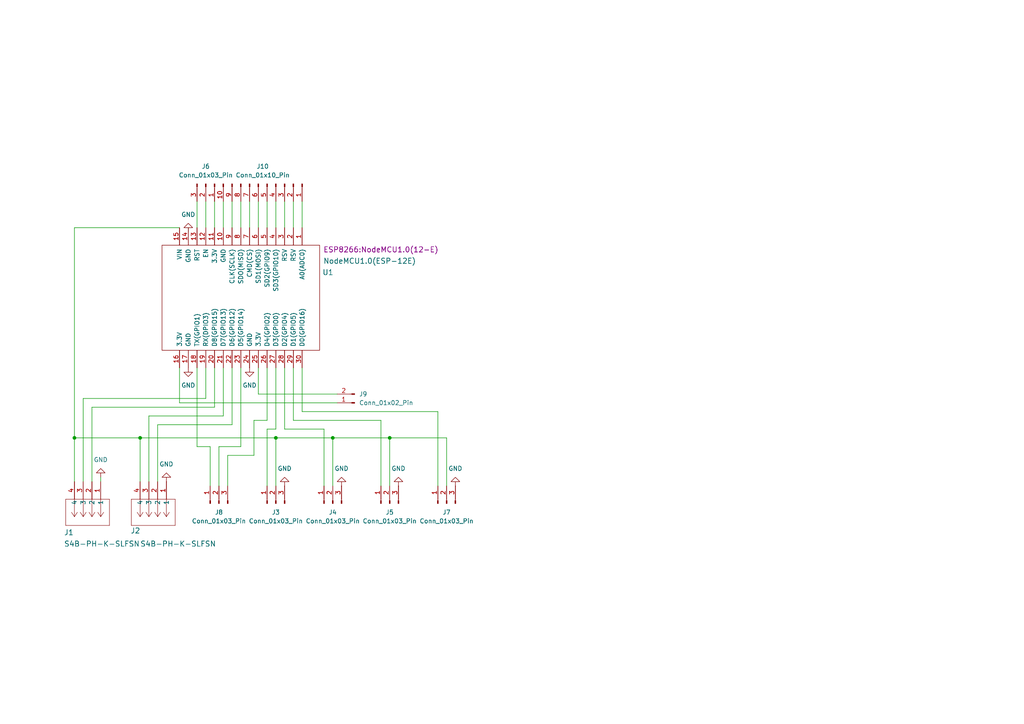
<source format=kicad_sch>
(kicad_sch (version 20231120) (generator "eeschema") (generator_version "8.0")
  (paper "A4")
  (lib_symbols
    (symbol "Connector:Conn_01x02_Pin" (pin_names (offset 1.016) hide)
      (property "Reference" "J" (at 0 2.54 0))
      (property "Value" "Conn_01x02_Pin" (at 0 -5.08 0))
      (symbol "Conn_01x02_Pin_1_1"
        (polyline (pts (xy 1.27 -2.54) (xy 0.8636 -2.54)) (stroke (width 0.1524)))
        (polyline (pts (xy 1.27 0) (xy 0.8636 0)) (stroke (width 0.1524)))
        (rectangle (start 0.8636 -2.413) (end 0 -2.667) (stroke (width 0.1524)) (fill (type outline)))
        (rectangle (start 0.8636 0.127) (end 0 -0.127) (stroke (width 0.1524)) (fill (type outline)))
        (pin passive line (at 5.08 0 180) (length 3.81) (name "Pin_1") (number "1"))
        (pin passive line (at 5.08 -2.54 180) (length 3.81) (name "Pin_2") (number "2"))
      )
    )
    (symbol "Connector:Conn_01x03_Pin" (pin_names (offset 1.016) hide)
      (property "Reference" "J" (at 0 5.08 0))
      (property "Value" "Conn_01x03_Pin" (at 0 -5.08 0))
      (symbol "Conn_01x03_Pin_1_1"
        (polyline (pts (xy 1.27 -2.54) (xy 0.8636 -2.54)) (stroke (width 0.1524)))
        (polyline (pts (xy 1.27 0) (xy 0.8636 0)) (stroke (width 0.1524)))
        (polyline (pts (xy 1.27 2.54) (xy 0.8636 2.54)) (stroke (width 0.1524)))
        (rectangle (start 0.8636 -2.413) (end 0 -2.667) (stroke (width 0.1524)) (fill (type outline)))
        (rectangle (start 0.8636 0.127) (end 0 -0.127) (stroke (width 0.1524)) (fill (type outline)))
        (rectangle (start 0.8636 2.667) (end 0 2.413) (stroke (width 0.1524)) (fill (type outline)))
        (pin passive line (at 5.08 2.54 180) (length 3.81) (name "Pin_1") (number "1"))
        (pin passive line (at 5.08 0 180) (length 3.81) (name "Pin_2") (number "2"))
        (pin passive line (at 5.08 -2.54 180) (length 3.81) (name "Pin_3") (number "3"))
      )
    )
    (symbol "Connector:Conn_01x10_Pin" (pin_names (offset 1.016) hide)
      (property "Reference" "J" (at 0 12.7 0))
      (property "Value" "Conn_01x10_Pin" (at 0 -15.24 0))
      (symbol "Conn_01x10_Pin_1_1"
        (polyline (pts (xy 1.27 -12.7) (xy 0.8636 -12.7)) (stroke (width 0.1524)))
        (polyline (pts (xy 1.27 -10.16) (xy 0.8636 -10.16)) (stroke (width 0.1524)))
        (polyline (pts (xy 1.27 -7.62) (xy 0.8636 -7.62)) (stroke (width 0.1524)))
        (polyline (pts (xy 1.27 -5.08) (xy 0.8636 -5.08)) (stroke (width 0.1524)))
        (polyline (pts (xy 1.27 -2.54) (xy 0.8636 -2.54)) (stroke (width 0.1524)))
        (polyline (pts (xy 1.27 0) (xy 0.8636 0)) (stroke (width 0.1524)))
        (polyline (pts (xy 1.27 2.54) (xy 0.8636 2.54)) (stroke (width 0.1524)))
        (polyline (pts (xy 1.27 5.08) (xy 0.8636 5.08)) (stroke (width 0.1524)))
        (polyline (pts (xy 1.27 7.62) (xy 0.8636 7.62)) (stroke (width 0.1524)))
        (polyline (pts (xy 1.27 10.16) (xy 0.8636 10.16)) (stroke (width 0.1524)))
        (rectangle (start 0.8636 -12.573) (end 0 -12.827) (stroke (width 0.1524)) (fill (type outline)))
        (rectangle (start 0.8636 -10.033) (end 0 -10.287) (stroke (width 0.1524)) (fill (type outline)))
        (rectangle (start 0.8636 -7.493) (end 0 -7.747) (stroke (width 0.1524)) (fill (type outline)))
        (rectangle (start 0.8636 -4.953) (end 0 -5.207) (stroke (width 0.1524)) (fill (type outline)))
        (rectangle (start 0.8636 -2.413) (end 0 -2.667) (stroke (width 0.1524)) (fill (type outline)))
        (rectangle (start 0.8636 0.127) (end 0 -0.127) (stroke (width 0.1524)) (fill (type outline)))
        (rectangle (start 0.8636 2.667) (end 0 2.413) (stroke (width 0.1524)) (fill (type outline)))
        (rectangle (start 0.8636 5.207) (end 0 4.953) (stroke (width 0.1524)) (fill (type outline)))
        (rectangle (start 0.8636 7.747) (end 0 7.493) (stroke (width 0.1524)) (fill (type outline)))
        (rectangle (start 0.8636 10.287) (end 0 10.033) (stroke (width 0.1524)) (fill (type outline)))
        (pin passive line (at 5.08 10.16 180) (length 3.81) (name "Pin_1") (number "1"))
        (pin passive line (at 5.08 -12.7 180) (length 3.81) (name "Pin_10") (number "10"))
        (pin passive line (at 5.08 7.62 180) (length 3.81) (name "Pin_2") (number "2"))
        (pin passive line (at 5.08 5.08 180) (length 3.81) (name "Pin_3") (number "3"))
        (pin passive line (at 5.08 2.54 180) (length 3.81) (name "Pin_4") (number "4"))
        (pin passive line (at 5.08 0 180) (length 3.81) (name "Pin_5") (number "5"))
        (pin passive line (at 5.08 -2.54 180) (length 3.81) (name "Pin_6") (number "6"))
        (pin passive line (at 5.08 -5.08 180) (length 3.81) (name "Pin_7") (number "7"))
        (pin passive line (at 5.08 -7.62 180) (length 3.81) (name "Pin_8") (number "8"))
        (pin passive line (at 5.08 -10.16 180) (length 3.81) (name "Pin_9") (number "9"))
      )
    )
    (symbol "ESP8266:NodeMCU1.0(ESP-12E)" (pin_names (offset 1.016))
      (property "Reference" "U" (at 0 21.59 0))
      (property "Value" "NodeMCU1.0(ESP-12E)" (at 0 -21.59 0))
      (symbol "NodeMCU1.0(ESP-12E)_0_1"
        (rectangle (start -15.24 -22.86) (end 15.24 22.86))
      )
      (symbol "NodeMCU1.0(ESP-12E)_1_1"
        (pin input line (at -20.32 17.78 0) (length 5.08) (name "A0(ADC0)") (number "1"))
        (pin input line (at -20.32 -5.08 0) (length 5.08) (name "GND") (number "10"))
        (pin input line (at -20.32 -7.62 0) (length 5.08) (name "3.3V") (number "11"))
        (pin input line (at -20.32 -10.16 0) (length 5.08) (name "EN") (number "12"))
        (pin input line (at -20.32 -12.7 0) (length 5.08) (name "RST") (number "13"))
        (pin input line (at -20.32 -15.24 0) (length 5.08) (name "GND") (number "14"))
        (pin input line (at -20.32 -17.78 0) (length 5.08) (name "VIN") (number "15"))
        (pin input line (at 20.32 -17.78 180) (length 5.08) (name "3.3V") (number "16"))
        (pin input line (at 20.32 -15.24 180) (length 5.08) (name "GND") (number "17"))
        (pin input line (at 20.32 -12.7 180) (length 5.08) (name "TX(GPIO1)") (number "18"))
        (pin input line (at 20.32 -10.16 180) (length 5.08) (name "RX(DPIO3)") (number "19"))
        (pin input line (at -20.32 15.24 0) (length 5.08) (name "RSV") (number "2"))
        (pin input line (at 20.32 -7.62 180) (length 5.08) (name "D8(GPIO15)") (number "20"))
        (pin input line (at 20.32 -5.08 180) (length 5.08) (name "D7(GPIO13)") (number "21"))
        (pin input line (at 20.32 -2.54 180) (length 5.08) (name "D6(GPIO12)") (number "22"))
        (pin input line (at 20.32 0 180) (length 5.08) (name "D5(GPIO14)") (number "23"))
        (pin input line (at 20.32 2.54 180) (length 5.08) (name "GND") (number "24"))
        (pin input line (at 20.32 5.08 180) (length 5.08) (name "3.3V") (number "25"))
        (pin input line (at 20.32 7.62 180) (length 5.08) (name "D4(GPIO2)") (number "26"))
        (pin input line (at 20.32 10.16 180) (length 5.08) (name "D3(GPIO0)") (number "27"))
        (pin input line (at 20.32 12.7 180) (length 5.08) (name "D2(GPIO4)") (number "28"))
        (pin input line (at 20.32 15.24 180) (length 5.08) (name "D1(GPIO5)") (number "29"))
        (pin input line (at -20.32 12.7 0) (length 5.08) (name "RSV") (number "3"))
        (pin input line (at 20.32 17.78 180) (length 5.08) (name "D0(GPIO16)") (number "30"))
        (pin input line (at -20.32 10.16 0) (length 5.08) (name "SD3(GPIO10)") (number "4"))
        (pin input line (at -20.32 7.62 0) (length 5.08) (name "SD2(GPIO9)") (number "5"))
        (pin input line (at -20.32 5.08 0) (length 5.08) (name "SD1(MOSI)") (number "6"))
        (pin input line (at -20.32 2.54 0) (length 5.08) (name "CMD(CS)") (number "7"))
        (pin input line (at -20.32 0 0) (length 5.08) (name "SDO(MISO)") (number "8"))
        (pin input line (at -20.32 -2.54 0) (length 5.08) (name "CLK(SCLK)") (number "9"))
      )
    )
    (symbol "jst_ph_4pin_horizontal:S4B-PH-K-SLFSN" (pin_names (offset 0.254))
      (property "Reference" "J" (at 8.89 6.35 0))
      (property "Value" "S4B-PH-K-SLFSN" (at 0 0 0))
      (symbol "S4B-PH-K-SLFSN_1_1"
        (polyline (pts (xy 5.08 -10.16) (xy 12.7 -10.16)) (stroke (width 0.127)))
        (polyline (pts (xy 5.08 2.54) (xy 5.08 -10.16)) (stroke (width 0.127)))
        (polyline (pts (xy 10.16 -7.62) (xy 5.08 -7.62)) (stroke (width 0.127)))
        (polyline (pts (xy 10.16 -7.62) (xy 8.89 -8.4667)) (stroke (width 0.127)))
        (polyline (pts (xy 10.16 -7.62) (xy 8.89 -6.7733)) (stroke (width 0.127)))
        (polyline (pts (xy 10.16 -5.08) (xy 5.08 -5.08)) (stroke (width 0.127)))
        (polyline (pts (xy 10.16 -5.08) (xy 8.89 -5.9267)) (stroke (width 0.127)))
        (polyline (pts (xy 10.16 -5.08) (xy 8.89 -4.2333)) (stroke (width 0.127)))
        (polyline (pts (xy 10.16 -2.54) (xy 5.08 -2.54)) (stroke (width 0.127)))
        (polyline (pts (xy 10.16 -2.54) (xy 8.89 -3.3867)) (stroke (width 0.127)))
        (polyline (pts (xy 10.16 -2.54) (xy 8.89 -1.6933)) (stroke (width 0.127)))
        (polyline (pts (xy 10.16 0) (xy 5.08 0)) (stroke (width 0.127)))
        (polyline (pts (xy 10.16 0) (xy 8.89 -0.8467)) (stroke (width 0.127)))
        (polyline (pts (xy 10.16 0) (xy 8.89 0.8467)) (stroke (width 0.127)))
        (polyline (pts (xy 12.7 -10.16) (xy 12.7 2.54)) (stroke (width 0.127)))
        (polyline (pts (xy 12.7 2.54) (xy 5.08 2.54)) (stroke (width 0.127)))
        (pin unspecified line (at 0 0 0) (length 5.08) (name "1") (number "1"))
        (pin unspecified line (at 0 -2.54 0) (length 5.08) (name "2") (number "2"))
        (pin unspecified line (at 0 -5.08 0) (length 5.08) (name "3") (number "3"))
        (pin unspecified line (at 0 -7.62 0) (length 5.08) (name "4") (number "4"))
      )
      (symbol "S4B-PH-K-SLFSN_1_2"
        (polyline (pts (xy 5.08 -10.16) (xy 12.7 -10.16)) (stroke (width 0.127)))
        (polyline (pts (xy 5.08 2.54) (xy 5.08 -10.16)) (stroke (width 0.127)))
        (polyline (pts (xy 7.62 -7.62) (xy 5.08 -7.62)) (stroke (width 0.127)))
        (polyline (pts (xy 7.62 -7.62) (xy 8.89 -8.4667)) (stroke (width 0.127)))
        (polyline (pts (xy 7.62 -7.62) (xy 8.89 -6.7733)) (stroke (width 0.127)))
        (polyline (pts (xy 7.62 -5.08) (xy 5.08 -5.08)) (stroke (width 0.127)))
        (polyline (pts (xy 7.62 -5.08) (xy 8.89 -5.9267)) (stroke (width 0.127)))
        (polyline (pts (xy 7.62 -5.08) (xy 8.89 -4.2333)) (stroke (width 0.127)))
        (polyline (pts (xy 7.62 -2.54) (xy 5.08 -2.54)) (stroke (width 0.127)))
        (polyline (pts (xy 7.62 -2.54) (xy 8.89 -3.3867)) (stroke (width 0.127)))
        (polyline (pts (xy 7.62 -2.54) (xy 8.89 -1.6933)) (stroke (width 0.127)))
        (polyline (pts (xy 7.62 0) (xy 5.08 0)) (stroke (width 0.127)))
        (polyline (pts (xy 7.62 0) (xy 8.89 -0.8467)) (stroke (width 0.127)))
        (polyline (pts (xy 7.62 0) (xy 8.89 0.8467)) (stroke (width 0.127)))
        (polyline (pts (xy 12.7 -10.16) (xy 12.7 2.54)) (stroke (width 0.127)))
        (polyline (pts (xy 12.7 2.54) (xy 5.08 2.54)) (stroke (width 0.127)))
        (pin unspecified line (at 0 0 0) (length 5.08) (name "1") (number "1"))
        (pin unspecified line (at 0 -2.54 0) (length 5.08) (name "2") (number "2"))
        (pin unspecified line (at 0 -5.08 0) (length 5.08) (name "3") (number "3"))
        (pin unspecified line (at 0 -7.62 0) (length 5.08) (name "4") (number "4"))
      )
    )
    (symbol "power:GND" (power) (pin_numbers hide) (pin_names (offset 0) hide)
      (property "Value" "GND" (at 0 -3.81 0))
      (symbol "GND_0_1"
        (polyline (pts (xy 0 0) (xy 0 -1.27) (xy 1.27 -1.27) (xy 0 -2.54) (xy -1.27 -1.27) (xy 0 -1.27)))
      )
      (symbol "GND_1_1"
        (pin power_in line (at 0 0 270) (length 0) (name "~") (number "1"))
      )
    )
  )
  (junction (at 80.01 127))
  (junction (at 96.52 127))
  (junction (at 40.64 127))
  (junction (at 21.59 127))
  (junction (at 113.03 127))
  (wire (pts (xy 73.66 132.08) (xy 66.04 132.08)))
  (wire (pts (xy 21.59 66.04) (xy 21.59 127)))
  (wire (pts (xy 54.61 67.31) (xy 54.61 66.04)))
  (wire (pts (xy 21.59 127) (xy 21.59 139.7)))
  (wire (pts (xy 62.23 58.42) (xy 62.23 66.04)))
  (wire (pts (xy 57.15 106.68) (xy 57.15 129.54)))
  (wire (pts (xy 80.01 124.46) (xy 77.47 124.46)))
  (wire (pts (xy 80.01 127) (xy 96.52 127)))
  (wire (pts (xy 67.31 58.42) (xy 67.31 66.04)))
  (wire (pts (xy 52.07 66.04) (xy 21.59 66.04)))
  (wire (pts (xy 29.21 138.43) (xy 29.21 139.7)))
  (wire (pts (xy 77.47 58.42) (xy 77.47 66.04)))
  (wire (pts (xy 66.04 132.08) (xy 66.04 140.97)))
  (wire (pts (xy 127 119.38) (xy 127 140.97)))
  (wire (pts (xy 82.55 58.42) (xy 82.55 66.04)))
  (wire (pts (xy 74.93 58.42) (xy 74.93 66.04)))
  (wire (pts (xy 40.64 127) (xy 40.64 139.7)))
  (wire (pts (xy 93.98 124.46) (xy 93.98 140.97)))
  (wire (pts (xy 87.63 58.42) (xy 87.63 66.04)))
  (wire (pts (xy 26.67 139.7) (xy 26.67 118.11)))
  (wire (pts (xy 64.77 120.65) (xy 64.77 106.68)))
  (wire (pts (xy 69.85 129.54) (xy 63.5 129.54)))
  (wire (pts (xy 87.63 106.68) (xy 87.63 119.38)))
  (wire (pts (xy 82.55 106.68) (xy 82.55 124.46)))
  (wire (pts (xy 69.85 106.68) (xy 69.85 129.54)))
  (wire (pts (xy 45.72 139.7) (xy 45.72 123.19)))
  (wire (pts (xy 24.13 139.7) (xy 24.13 115.57)))
  (wire (pts (xy 96.52 127) (xy 113.03 127)))
  (wire (pts (xy 129.54 127) (xy 129.54 140.97)))
  (wire (pts (xy 52.07 106.68) (xy 52.07 116.84)))
  (wire (pts (xy 63.5 129.54) (xy 63.5 140.97)))
  (wire (pts (xy 62.23 118.11) (xy 62.23 106.68)))
  (wire (pts (xy 80.01 106.68) (xy 80.01 124.46)))
  (wire (pts (xy 52.07 116.84) (xy 97.79 116.84)))
  (wire (pts (xy 43.18 120.65) (xy 64.77 120.65)))
  (wire (pts (xy 80.01 58.42) (xy 80.01 66.04)))
  (wire (pts (xy 96.52 127) (xy 96.52 140.97)))
  (wire (pts (xy 77.47 124.46) (xy 77.47 140.97)))
  (wire (pts (xy 74.93 106.68) (xy 74.93 114.3)))
  (wire (pts (xy 82.55 124.46) (xy 93.98 124.46)))
  (wire (pts (xy 85.09 106.68) (xy 85.09 121.92)))
  (wire (pts (xy 24.13 115.57) (xy 59.69 115.57)))
  (wire (pts (xy 67.31 123.19) (xy 67.31 106.68)))
  (wire (pts (xy 60.96 129.54) (xy 60.96 140.97)))
  (wire (pts (xy 64.77 58.42) (xy 64.77 66.04)))
  (wire (pts (xy 59.69 115.57) (xy 59.69 106.68)))
  (wire (pts (xy 110.49 121.92) (xy 110.49 140.97)))
  (wire (pts (xy 57.15 129.54) (xy 60.96 129.54)))
  (wire (pts (xy 85.09 121.92) (xy 110.49 121.92)))
  (wire (pts (xy 85.09 58.42) (xy 85.09 66.04)))
  (wire (pts (xy 43.18 139.7) (xy 43.18 120.65)))
  (wire (pts (xy 80.01 127) (xy 80.01 140.97)))
  (wire (pts (xy 87.63 119.38) (xy 127 119.38)))
  (wire (pts (xy 26.67 118.11) (xy 62.23 118.11)))
  (wire (pts (xy 59.69 58.42) (xy 59.69 66.04)))
  (wire (pts (xy 21.59 127) (xy 40.64 127)))
  (wire (pts (xy 40.64 127) (xy 80.01 127)))
  (wire (pts (xy 74.93 114.3) (xy 97.79 114.3)))
  (wire (pts (xy 45.72 123.19) (xy 67.31 123.19)))
  (wire (pts (xy 69.85 58.42) (xy 69.85 66.04)))
  (wire (pts (xy 77.47 106.68) (xy 77.47 121.92)))
  (wire (pts (xy 72.39 58.42) (xy 72.39 66.04)))
  (wire (pts (xy 73.66 121.92) (xy 73.66 132.08)))
  (wire (pts (xy 113.03 127) (xy 129.54 127)))
  (wire (pts (xy 77.47 121.92) (xy 73.66 121.92)))
  (wire (pts (xy 113.03 127) (xy 113.03 140.97)))
  (wire (pts (xy 57.15 58.42) (xy 57.15 66.04)))
  (symbol (lib_id "power:GND") (at 115.57 140.97 180) (unit 1)
    (property "Reference" "#PWR06" (effects (hide yes)))
    (property "Value" "GND" (at 115.57 135.89 0))
    (property "Description" "Power symbol creates a global label with name \"GND\" , ground" (effects (hide yes)))
  )
  (symbol (lib_id "Connector:Conn_01x02_Pin") (at 102.87 116.84 180) (unit 1)
    (property "Reference" "J9" (at 104.14 114.2999 0) (effects (justify right)))
    (property "Value" "Conn_01x02_Pin" (at 104.14 116.8399 0) (effects (justify right)))
    (property "Footprint" "Connector_Wuerth:Wuerth_WR-WTB_64800311622_1x02_P1.50mm_Vertical" (effects (hide yes)))
    (property "Description" "Generic connector, single row, 01x02, script generated" (effects (hide yes)))
  )
  (symbol (lib_id "Connector:Conn_01x03_Pin") (at 96.52 146.05 90) (unit 1)
    (property "Reference" "J4" (at 96.52 148.59 90))
    (property "Value" "Conn_01x03_Pin" (at 96.52 151.13 90))
    (property "Footprint" "Connector_Wuerth:Wuerth_WR-WTB_64800311622_1x03_P1.50mm_Vertical" (effects (hide yes)))
    (property "Description" "Generic connector, single row, 01x03, script generated" (effects (hide yes)))
  )
  (symbol (lib_id "Connector:Conn_01x03_Pin") (at 129.54 146.05 90) (unit 1)
    (property "Reference" "J7" (at 129.54 148.59 90))
    (property "Value" "Conn_01x03_Pin" (at 129.54 151.13 90))
    (property "Footprint" "Connector_Wuerth:Wuerth_WR-WTB_64800311622_1x03_P1.50mm_Vertical" (effects (hide yes)))
    (property "Description" "Generic connector, single row, 01x03, script generated" (effects (hide yes)))
  )
  (symbol (lib_id "Connector:Conn_01x03_Pin") (at 63.5 146.05 90) (unit 1)
    (property "Reference" "J8" (at 63.5 148.59 90))
    (property "Value" "Conn_01x03_Pin" (at 63.5 151.13 90))
    (property "Footprint" "Connector_Wuerth:Wuerth_WR-WTB_64800311622_1x03_P1.50mm_Vertical" (effects (hide yes)))
    (property "Description" "Generic connector, single row, 01x03, script generated" (effects (hide yes)))
  )
  (symbol (lib_id "Connector:Conn_01x03_Pin") (at 80.01 146.05 90) (unit 1)
    (property "Reference" "J3" (at 80.01 148.59 90))
    (property "Value" "Conn_01x03_Pin" (at 80.01 151.13 90))
    (property "Footprint" "Connector_Wuerth:Wuerth_WR-WTB_64800311622_1x03_P1.50mm_Vertical" (effects (hide yes)))
    (property "Description" "Generic connector, single row, 01x03, script generated" (effects (hide yes)))
  )
  (symbol (lib_id "ESP8266:NodeMCU1.0(ESP-12E)") (at 69.85 86.36 270) (unit 1)
    (property "Reference" "U1" (at 93.472 78.994 90) (effects (font (size 1.524 1.524)) (justify left)))
    (property "Value" "NodeMCU1.0(ESP-12E)" (at 93.726 75.692 90) (effects (font (size 1.524 1.524)) (justify left)))
    (property "Footprint" "ESP8266:NodeMCU1.0(12-E)" (at 110.49 72.39 90) (effects (font (size 1.524 1.524))))
  )
  (symbol (lib_id "Connector:Conn_01x10_Pin") (at 77.47 53.34 270) (unit 1)
    (property "Reference" "J10" (at 76.2 48.26 90))
    (property "Value" "Conn_01x10_Pin" (at 76.2 50.8 90))
    (property "Description" "Generic connector, single row, 01x10, script generated" (effects (hide yes)))
  )
  (symbol (lib_id "power:GND") (at 72.39 106.68 0) (unit 1)
    (property "Reference" "#PWR01" (effects (hide yes)))
    (property "Value" "GND" (at 72.39 111.76 0))
    (property "Description" "Power symbol creates a global label with name \"GND\" , ground" (effects (hide yes)))
  )
  (symbol (lib_id "jst_ph_4pin_horizontal:S4B-PH-K-SLFSN") (at 29.21 139.7 270) (unit 1)
    (property "Reference" "J1" (at 18.542 154.432 90) (effects (font (size 1.524 1.524)) (justify left)))
    (property "Value" "S4B-PH-K-SLFSN" (at 18.542 157.734 90) (effects (font (size 1.524 1.524)) (justify left)))
    (property "Footprint" "CONN_S4B-PH-K-S_JST" (effects (hide yes)))
    (property "Datasheet" "S4B-PH-K-SLFSN" (effects (hide yes)))
  )
  (symbol (lib_id "power:GND") (at 29.21 138.43 180) (unit 1)
    (property "Reference" "#PWR04" (effects (hide yes)))
    (property "Value" "GND" (at 29.21 133.35 0))
    (property "Description" "Power symbol creates a global label with name \"GND\" , ground" (effects (hide yes)))
  )
  (symbol (lib_id "Connector:Conn_01x03_Pin") (at 59.69 53.34 270) (unit 1)
    (property "Reference" "J6" (at 59.69 48.26 90))
    (property "Value" "Conn_01x03_Pin" (at 59.69 50.8 90))
    (property "Description" "Generic connector, single row, 01x03, script generated" (effects (hide yes)))
  )
  (symbol (lib_id "power:GND") (at 99.06 140.97 180) (unit 1)
    (property "Reference" "#PWR07" (effects (hide yes)))
    (property "Value" "GND" (at 99.06 135.89 0))
    (property "Description" "Power symbol creates a global label with name \"GND\" , ground" (effects (hide yes)))
  )
  (symbol (lib_id "power:GND") (at 54.61 106.68 0) (unit 1)
    (property "Reference" "#PWR02" (effects (hide yes)))
    (property "Value" "GND" (at 54.61 111.76 0))
    (property "Description" "Power symbol creates a global label with name \"GND\" , ground" (effects (hide yes)))
  )
  (symbol (lib_id "power:GND") (at 54.61 67.31 180) (unit 1)
    (property "Reference" "#PWR03" (effects (hide yes)))
    (property "Value" "GND" (at 54.61 62.23 0))
    (property "Description" "Power symbol creates a global label with name \"GND\" , ground" (effects (hide yes)))
  )
  (symbol (lib_id "Connector:Conn_01x03_Pin") (at 113.03 146.05 90) (unit 1)
    (property "Reference" "J5" (at 113.03 148.59 90))
    (property "Value" "Conn_01x03_Pin" (at 113.03 151.13 90))
    (property "Footprint" "Connector_Wuerth:Wuerth_WR-WTB_64800311622_1x03_P1.50mm_Vertical" (effects (hide yes)))
    (property "Description" "Generic connector, single row, 01x03, script generated" (effects (hide yes)))
  )
  (symbol (lib_id "power:GND") (at 132.08 140.97 180) (unit 1)
    (property "Reference" "#PWR09" (effects (hide yes)))
    (property "Value" "GND" (at 132.08 135.89 0))
    (property "Description" "Power symbol creates a global label with name \"GND\" , ground" (effects (hide yes)))
  )
  (symbol (lib_id "power:GND") (at 48.26 139.7 180) (unit 1)
    (property "Reference" "#PWR05" (effects (hide yes)))
    (property "Value" "GND" (at 48.26 134.62 0))
    (property "Description" "Power symbol creates a global label with name \"GND\" , ground" (effects (hide yes)))
  )
  (symbol (lib_id "power:GND") (at 82.55 140.97 180) (unit 1)
    (property "Reference" "#PWR08" (effects (hide yes)))
    (property "Value" "GND" (at 82.55 135.89 0))
    (property "Description" "Power symbol creates a global label with name \"GND\" , ground" (effects (hide yes)))
  )
  (symbol (lib_id "jst_ph_4pin_horizontal:S4B-PH-K-SLFSN") (at 48.26 139.7 270) (unit 1)
    (property "Reference" "J2" (at 37.846 153.924 90) (effects (font (size 1.524 1.524)) (justify left)))
    (property "Value" "S4B-PH-K-SLFSN" (at 40.64 157.734 90) (effects (font (size 1.524 1.524)) (justify left)))
    (property "Footprint" "CONN_S4B-PH-K-S_JST" (effects (hide yes)))
    (property "Datasheet" "S4B-PH-K-SLFSN" (effects (hide yes)))
  )
)
</source>
